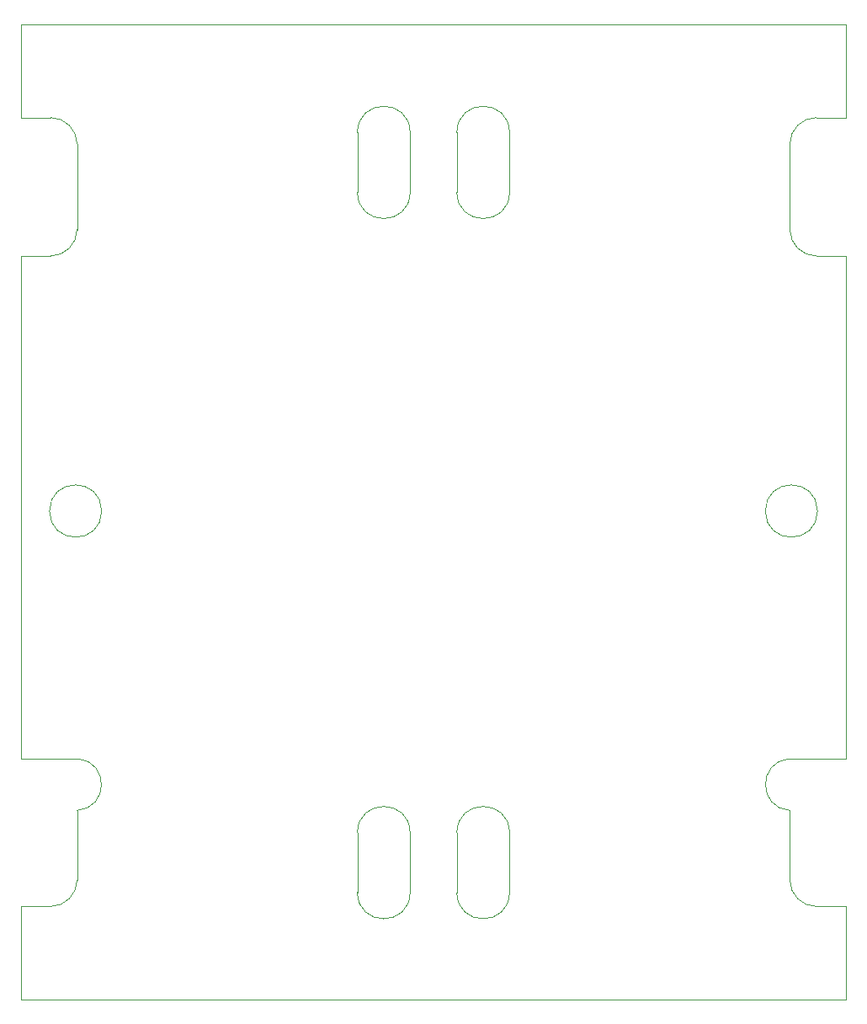
<source format=gbr>
%TF.GenerationSoftware,KiCad,Pcbnew,(5.1.10)-1*%
%TF.CreationDate,2022-06-07T20:11:27-07:00*%
%TF.ProjectId,solar-panel-NoCutout,736f6c61-722d-4706-916e-656c2d4e6f43,1.0*%
%TF.SameCoordinates,Original*%
%TF.FileFunction,Profile,NP*%
%FSLAX46Y46*%
G04 Gerber Fmt 4.6, Leading zero omitted, Abs format (unit mm)*
G04 Created by KiCad (PCBNEW (5.1.10)-1) date 2022-06-07 20:11:27*
%MOMM*%
%LPD*%
G01*
G04 APERTURE LIST*
%TA.AperFunction,Profile*%
%ADD10C,0.050000*%
%TD*%
G04 APERTURE END LIST*
D10*
X185994606Y-139557190D02*
X180255394Y-139557190D01*
X186000000Y-89000000D02*
X185994606Y-139557190D01*
X186000000Y-75100000D02*
X186000000Y-73100000D01*
X186000000Y-156450000D02*
X186000000Y-154400000D01*
X103000000Y-154400000D02*
X103000000Y-163750000D01*
X103000000Y-89000000D02*
X103000000Y-139557190D01*
X103000000Y-65750000D02*
X103000000Y-75100000D01*
X183000000Y-89000000D02*
X186000000Y-89000000D01*
X180350000Y-77750000D02*
X180350000Y-86350000D01*
X183000000Y-75100000D02*
X186000000Y-75100000D01*
X180350000Y-86350000D02*
G75*
G03*
X183000000Y-89000000I2650000J0D01*
G01*
X183000000Y-75100000D02*
G75*
G03*
X180350000Y-77750000I0J-2650000D01*
G01*
X180350000Y-151750000D02*
X180350000Y-144750000D01*
X183000000Y-154400000D02*
X186000000Y-154400000D01*
X183000000Y-154400000D02*
G75*
G02*
X180350000Y-151750000I0J2650000D01*
G01*
X108650000Y-151750000D02*
X108650000Y-144750000D01*
X106000000Y-154400000D02*
X103000000Y-154400000D01*
X106000000Y-154400000D02*
G75*
G03*
X108650000Y-151750000I0J2650000D01*
G01*
X108650000Y-77750000D02*
X108650000Y-86350000D01*
X106000000Y-89000000D02*
X103000000Y-89000000D01*
X108650000Y-86350000D02*
G75*
G02*
X106000000Y-89000000I-2650000J0D01*
G01*
X106000000Y-75100000D02*
G75*
G02*
X108650000Y-77750000I0J-2650000D01*
G01*
X106000000Y-75100000D02*
X103000000Y-75100000D01*
X186000000Y-73100000D02*
X186000000Y-65750000D01*
X186000000Y-163750000D02*
X186000000Y-156450000D01*
X180255394Y-139557190D02*
G75*
G03*
X180350001Y-144749999I244606J-2592810D01*
G01*
X108744606Y-139557190D02*
G75*
G02*
X108649999Y-144749999I-244606J-2592810D01*
G01*
X108744606Y-139557190D02*
X103000000Y-139557190D01*
X152150000Y-153000000D02*
G75*
G02*
X146850000Y-153000000I-2650000J0D01*
G01*
X146850000Y-147000000D02*
G75*
G02*
X152150000Y-147000000I2650000J0D01*
G01*
X142150000Y-153000000D02*
G75*
G02*
X136850000Y-153000000I-2650000J0D01*
G01*
X136850000Y-147000000D02*
G75*
G02*
X142150000Y-147000000I2650000J0D01*
G01*
X152150000Y-82600000D02*
G75*
G02*
X146850000Y-82600000I-2650000J0D01*
G01*
X146850000Y-76600000D02*
G75*
G02*
X152150000Y-76600000I2650000J0D01*
G01*
X136850000Y-76600000D02*
G75*
G02*
X142150000Y-76600000I2650000J0D01*
G01*
X142150000Y-82600000D02*
G75*
G02*
X136850000Y-82600000I-2650000J0D01*
G01*
X152150000Y-76600000D02*
X152150000Y-82600000D01*
X146850000Y-76600000D02*
X146850000Y-82600000D01*
X136850000Y-76600000D02*
X136850000Y-82600000D01*
X142150000Y-76600000D02*
X142150000Y-82600000D01*
X152150000Y-153000000D02*
X152150000Y-147000000D01*
X146850000Y-147000000D02*
X146850000Y-153000000D01*
X142150000Y-153000000D02*
X142150000Y-147000000D01*
X136850000Y-153000000D02*
X136850000Y-147000000D01*
X183125000Y-114650000D02*
G75*
G03*
X183125000Y-114650000I-2625000J0D01*
G01*
X111125000Y-114650000D02*
G75*
G03*
X111125000Y-114650000I-2625000J0D01*
G01*
X186000000Y-65750000D02*
X103000000Y-65750000D01*
X103000000Y-163750000D02*
X186000000Y-163750000D01*
M02*

</source>
